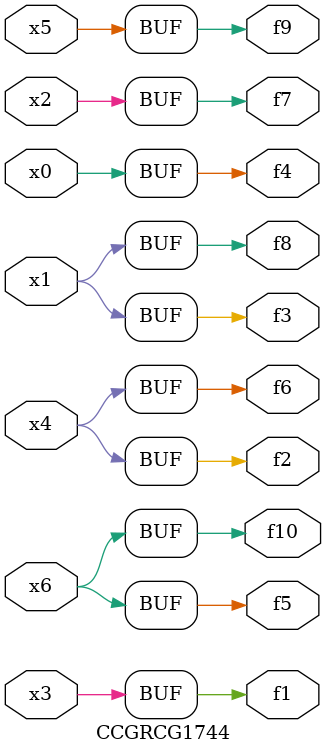
<source format=v>
module CCGRCG1744(
	input x0, x1, x2, x3, x4, x5, x6,
	output f1, f2, f3, f4, f5, f6, f7, f8, f9, f10
);
	assign f1 = x3;
	assign f2 = x4;
	assign f3 = x1;
	assign f4 = x0;
	assign f5 = x6;
	assign f6 = x4;
	assign f7 = x2;
	assign f8 = x1;
	assign f9 = x5;
	assign f10 = x6;
endmodule

</source>
